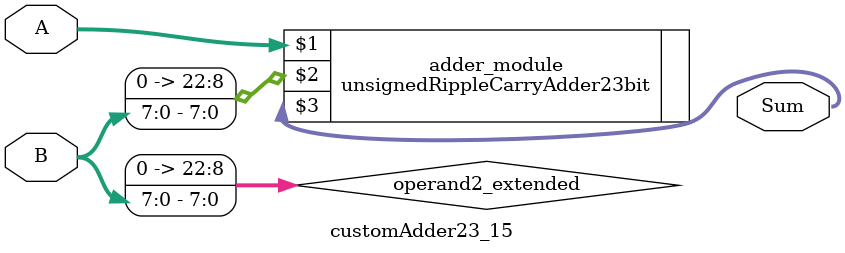
<source format=v>

module customAdder23_15(
                    input [22 : 0] A,
                    input [7 : 0] B,
                    
                    output [23 : 0] Sum
            );

    wire [22 : 0] operand2_extended;
    
    assign operand2_extended =  {15'b0, B};
    
    unsignedRippleCarryAdder23bit adder_module(
        A,
        operand2_extended,
        Sum
    );
    
endmodule
        
</source>
